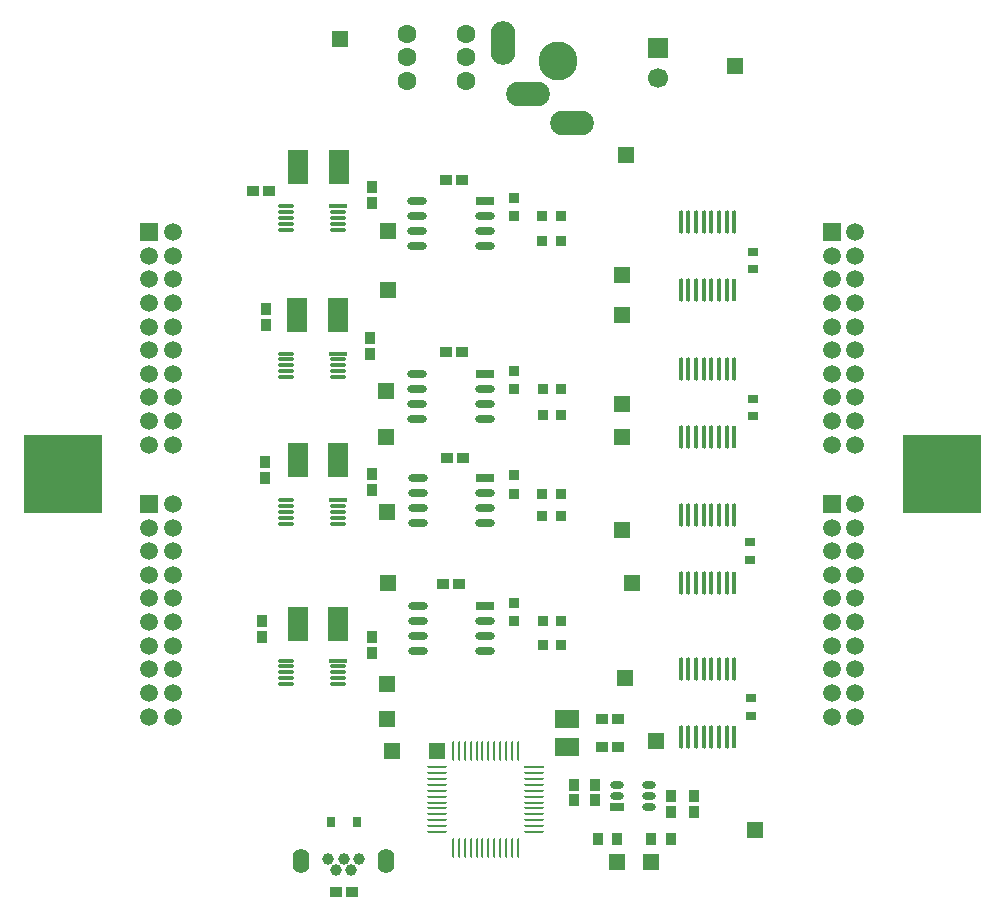
<source format=gbs>
%TF.GenerationSoftware,Altium Limited,Altium Designer,23.3.1 (30)*%
G04 Layer_Color=16711935*
%FSLAX25Y25*%
%MOIN*%
%TF.SameCoordinates,891D3A3A-43D5-49D6-AFC7-0964E08A728C*%
%TF.FilePolarity,Negative*%
%TF.FileFunction,Soldermask,Bot*%
%TF.Part,Single*%
G01*
G75*
%TA.AperFunction,SMDPad,CuDef*%
%ADD17R,0.03381X0.03591*%
%ADD28R,0.03543X0.03150*%
%ADD29R,0.07087X0.11811*%
%ADD31R,0.03591X0.04166*%
%ADD33R,0.04166X0.03591*%
%ADD34R,0.01657X0.07699*%
G04:AMPARAMS|DCode=35|XSize=76.99mil|YSize=16.57mil|CornerRadius=8.28mil|HoleSize=0mil|Usage=FLASHONLY|Rotation=90.000|XOffset=0mil|YOffset=0mil|HoleType=Round|Shape=RoundedRectangle|*
%AMROUNDEDRECTD35*
21,1,0.07699,0.00000,0,0,90.0*
21,1,0.06042,0.01657,0,0,90.0*
1,1,0.01657,0.00000,0.03021*
1,1,0.01657,0.00000,-0.03021*
1,1,0.01657,0.00000,-0.03021*
1,1,0.01657,0.00000,0.03021*
%
%ADD35ROUNDEDRECTD35*%
%ADD38R,0.03591X0.03381*%
%TA.AperFunction,ComponentPad*%
%ADD44C,0.05906*%
%ADD47C,0.06299*%
%ADD50R,0.05512X0.05512*%
%TA.AperFunction,SMDPad,CuDef*%
%ADD58R,0.03378X0.03900*%
G04:AMPARAMS|DCode=59|XSize=9.94mil|YSize=65.17mil|CornerRadius=4.97mil|HoleSize=0mil|Usage=FLASHONLY|Rotation=180.000|XOffset=0mil|YOffset=0mil|HoleType=Round|Shape=RoundedRectangle|*
%AMROUNDEDRECTD59*
21,1,0.00994,0.05523,0,0,180.0*
21,1,0.00000,0.06517,0,0,180.0*
1,1,0.00994,0.00000,0.02761*
1,1,0.00994,0.00000,0.02761*
1,1,0.00994,0.00000,-0.02761*
1,1,0.00994,0.00000,-0.02761*
%
%ADD59ROUNDEDRECTD59*%
G04:AMPARAMS|DCode=60|XSize=65.17mil|YSize=9.94mil|CornerRadius=4.97mil|HoleSize=0mil|Usage=FLASHONLY|Rotation=180.000|XOffset=0mil|YOffset=0mil|HoleType=Round|Shape=RoundedRectangle|*
%AMROUNDEDRECTD60*
21,1,0.06517,0.00000,0,0,180.0*
21,1,0.05523,0.00994,0,0,180.0*
1,1,0.00994,-0.02761,0.00000*
1,1,0.00994,0.02761,0.00000*
1,1,0.00994,0.02761,0.00000*
1,1,0.00994,-0.02761,0.00000*
%
%ADD60ROUNDEDRECTD60*%
%ADD61R,0.06517X0.00994*%
%ADD73R,0.05906X0.01378*%
%ADD74O,0.05906X0.01378*%
%ADD77R,0.04528X0.02756*%
%ADD78O,0.04528X0.02756*%
%ADD79O,0.06496X0.02756*%
%ADD80R,0.06496X0.02756*%
%TA.AperFunction,ComponentPad*%
%ADD81C,0.03937*%
%ADD82O,0.05512X0.08268*%
%ADD83R,0.06693X0.06693*%
%ADD84C,0.06693*%
%ADD85R,0.25984X0.25984*%
%ADD86R,0.05906X0.05906*%
%ADD87C,0.12992*%
%ADD88O,0.14567X0.08268*%
%ADD89O,0.08268X0.14567*%
%ADD90R,0.05512X0.05512*%
%TA.AperFunction,SMDPad,CuDef*%
%ADD91R,0.02854X0.03661*%
%ADD92R,0.07874X0.05906*%
D17*
X13477Y-56988D02*
D03*
X19593D02*
D03*
X19495Y86024D02*
D03*
X13379D02*
D03*
X13379Y77854D02*
D03*
X19495D02*
D03*
X13477Y28424D02*
D03*
X19593D02*
D03*
Y19882D02*
D03*
X13477D02*
D03*
X13379Y-6496D02*
D03*
X19495D02*
D03*
X13379Y-13976D02*
D03*
X19495D02*
D03*
X13576Y-49016D02*
D03*
X19692D02*
D03*
D28*
X83465Y68307D02*
D03*
Y74213D02*
D03*
Y19291D02*
D03*
Y25197D02*
D03*
X82579Y-28543D02*
D03*
Y-22638D02*
D03*
X82776Y-74606D02*
D03*
Y-80512D02*
D03*
D29*
X-68012Y102264D02*
D03*
X-54429D02*
D03*
X-54823Y53150D02*
D03*
X-68405D02*
D03*
X-54626Y4626D02*
D03*
X-68209D02*
D03*
X-54626Y-49803D02*
D03*
X-68209D02*
D03*
D31*
X64075Y-112508D02*
D03*
Y-107177D02*
D03*
X-43406Y90543D02*
D03*
Y95874D02*
D03*
X-78642Y49795D02*
D03*
Y55126D02*
D03*
X-43996Y45382D02*
D03*
Y40051D02*
D03*
X-79134Y3937D02*
D03*
Y-1394D02*
D03*
X-43406Y205D02*
D03*
Y-5126D02*
D03*
X-80118Y-54240D02*
D03*
Y-48910D02*
D03*
X-43406Y-59654D02*
D03*
Y-54323D02*
D03*
X31004Y-103437D02*
D03*
Y-108768D02*
D03*
X23917Y-103437D02*
D03*
Y-108768D02*
D03*
X56201Y-107177D02*
D03*
Y-112508D02*
D03*
D33*
X33358Y-91043D02*
D03*
X38689D02*
D03*
X-50189Y-139173D02*
D03*
X-55520D02*
D03*
X-83030Y94488D02*
D03*
X-77699D02*
D03*
X-18610Y97933D02*
D03*
X-13280D02*
D03*
X-18709Y40650D02*
D03*
X-13378D02*
D03*
X-13083Y5413D02*
D03*
X-18413D02*
D03*
X-19791Y-36713D02*
D03*
X-14461D02*
D03*
X38689Y-81595D02*
D03*
X33358D02*
D03*
D34*
X77362Y-36124D02*
D03*
Y61510D02*
D03*
Y12302D02*
D03*
Y-87697D02*
D03*
D35*
X74803Y-36124D02*
D03*
X72244D02*
D03*
X69685D02*
D03*
X67126D02*
D03*
X64567D02*
D03*
X62008D02*
D03*
X59449D02*
D03*
Y-13483D02*
D03*
X62008D02*
D03*
X64567D02*
D03*
X67126D02*
D03*
X69685D02*
D03*
X72244D02*
D03*
X74803D02*
D03*
X77362D02*
D03*
X74803Y61510D02*
D03*
X72244D02*
D03*
X69685D02*
D03*
X67126D02*
D03*
X64567D02*
D03*
X62008D02*
D03*
X59449D02*
D03*
Y84151D02*
D03*
X62008D02*
D03*
X64567D02*
D03*
X67126D02*
D03*
X69685D02*
D03*
X72244D02*
D03*
X74803D02*
D03*
X77362D02*
D03*
Y34942D02*
D03*
X74803D02*
D03*
X72244D02*
D03*
X69685D02*
D03*
X67126D02*
D03*
X64567D02*
D03*
X62008D02*
D03*
X59449D02*
D03*
Y12302D02*
D03*
X62008D02*
D03*
X64567D02*
D03*
X67126D02*
D03*
X69685D02*
D03*
X72244D02*
D03*
X74803D02*
D03*
X77362Y-65056D02*
D03*
X74803D02*
D03*
X72244D02*
D03*
X69685D02*
D03*
X67126D02*
D03*
X64567D02*
D03*
X62008D02*
D03*
X59449D02*
D03*
Y-87697D02*
D03*
X62008D02*
D03*
X64567D02*
D03*
X67126D02*
D03*
X69685D02*
D03*
X72244D02*
D03*
X74803D02*
D03*
D38*
X4035Y92218D02*
D03*
Y86102D02*
D03*
Y28386D02*
D03*
Y34502D02*
D03*
Y-6496D02*
D03*
Y-380D02*
D03*
X4036Y-49016D02*
D03*
Y-42900D02*
D03*
D44*
X-117717Y-25688D02*
D03*
X-109843D02*
D03*
X-117717Y-17813D02*
D03*
X-109843D02*
D03*
Y-9939D02*
D03*
X-117717Y-80806D02*
D03*
X-109843D02*
D03*
X-117717Y-72932D02*
D03*
X-109843D02*
D03*
X-117717Y-65057D02*
D03*
X-109843D02*
D03*
Y-57183D02*
D03*
X-117717Y-49310D02*
D03*
X-109843D02*
D03*
X-117717Y-41436D02*
D03*
X-109843D02*
D03*
X-117717Y-33562D02*
D03*
X-109843D02*
D03*
X-117717Y-57183D02*
D03*
X109843Y64953D02*
D03*
X117717D02*
D03*
X109843Y72827D02*
D03*
X117717D02*
D03*
Y80701D02*
D03*
X109843Y9835D02*
D03*
X117717D02*
D03*
X109843Y17709D02*
D03*
X117717D02*
D03*
X109843Y25583D02*
D03*
X117717D02*
D03*
Y33457D02*
D03*
X109843Y41331D02*
D03*
X117717D02*
D03*
X109843Y49205D02*
D03*
X117717D02*
D03*
X109843Y57079D02*
D03*
X117717D02*
D03*
X109843Y33457D02*
D03*
Y-25688D02*
D03*
X117717D02*
D03*
X109843Y-17813D02*
D03*
X117717D02*
D03*
Y-9939D02*
D03*
X109843Y-80806D02*
D03*
X117717D02*
D03*
X109843Y-72932D02*
D03*
X117717D02*
D03*
X109843Y-65057D02*
D03*
X117717D02*
D03*
Y-57183D02*
D03*
X109843Y-49310D02*
D03*
X117717D02*
D03*
X109843Y-41436D02*
D03*
X117717D02*
D03*
X109843Y-33562D02*
D03*
X117717D02*
D03*
X109843Y-57183D02*
D03*
X-117717Y64967D02*
D03*
X-109843D02*
D03*
X-117717Y72841D02*
D03*
X-109843D02*
D03*
Y80715D02*
D03*
X-117717Y9849D02*
D03*
X-109843D02*
D03*
X-117717Y17722D02*
D03*
X-109843D02*
D03*
X-117717Y25596D02*
D03*
X-109843D02*
D03*
Y33470D02*
D03*
X-117717Y41345D02*
D03*
X-109843D02*
D03*
X-117717Y49219D02*
D03*
X-109843D02*
D03*
X-117717Y57093D02*
D03*
X-109843D02*
D03*
X-117717Y33470D02*
D03*
D47*
X-12205Y146850D02*
D03*
Y138976D02*
D03*
Y131102D02*
D03*
X-31890Y146850D02*
D03*
Y138976D02*
D03*
Y131102D02*
D03*
D50*
X-38780Y27854D02*
D03*
X41339Y106398D02*
D03*
X-54035Y145177D02*
D03*
X39764Y66339D02*
D03*
X-38091Y81102D02*
D03*
X39764Y12302D02*
D03*
X51181Y-89075D02*
D03*
X-38287Y-69980D02*
D03*
X-38091Y61509D02*
D03*
X84153Y-118602D02*
D03*
X39764Y53228D02*
D03*
X39764Y23424D02*
D03*
Y-18602D02*
D03*
X41043Y-68012D02*
D03*
X-38287Y-81595D02*
D03*
X38386Y-129331D02*
D03*
X77428Y136024D02*
D03*
X-38287Y-12622D02*
D03*
X49723Y-129331D02*
D03*
X-36811Y-92222D02*
D03*
X-21852D02*
D03*
D58*
X38386Y-121457D02*
D03*
X31908D02*
D03*
X56201Y-121457D02*
D03*
X49723D02*
D03*
D59*
X5217Y-92222D02*
D03*
X3248D02*
D03*
X1280D02*
D03*
X-689D02*
D03*
X-2657D02*
D03*
X-4626D02*
D03*
X-6594D02*
D03*
X-8563D02*
D03*
X-10531D02*
D03*
X-12500D02*
D03*
X-14469D02*
D03*
X-16437D02*
D03*
Y-124707D02*
D03*
X-14469D02*
D03*
X-12500D02*
D03*
X-10531D02*
D03*
X-8563D02*
D03*
X-6594D02*
D03*
X-4626D02*
D03*
X-2657D02*
D03*
X-689D02*
D03*
X1280D02*
D03*
X3248D02*
D03*
X5217D02*
D03*
D60*
X-21852Y-97638D02*
D03*
Y-99606D02*
D03*
Y-101575D02*
D03*
Y-103543D02*
D03*
Y-105512D02*
D03*
Y-107480D02*
D03*
Y-109449D02*
D03*
Y-111417D02*
D03*
Y-113386D02*
D03*
Y-115354D02*
D03*
Y-117323D02*
D03*
Y-119291D02*
D03*
X10632D02*
D03*
Y-117323D02*
D03*
Y-115354D02*
D03*
Y-113386D02*
D03*
Y-111417D02*
D03*
Y-109449D02*
D03*
Y-107480D02*
D03*
Y-105512D02*
D03*
Y-103543D02*
D03*
Y-101575D02*
D03*
Y-99606D02*
D03*
D61*
Y-97638D02*
D03*
D73*
X-54626Y89434D02*
D03*
Y40200D02*
D03*
Y-8686D02*
D03*
Y-62115D02*
D03*
D74*
Y87465D02*
D03*
X-71949Y89434D02*
D03*
Y87465D02*
D03*
Y81560D02*
D03*
X-54626Y83528D02*
D03*
Y81560D02*
D03*
X-71949Y83528D02*
D03*
X-54626Y85497D02*
D03*
X-71949D02*
D03*
X-54626Y38232D02*
D03*
X-71949Y40200D02*
D03*
Y38232D02*
D03*
Y32326D02*
D03*
X-54626Y34295D02*
D03*
Y32326D02*
D03*
X-71949Y34295D02*
D03*
X-54626Y36263D02*
D03*
X-71949D02*
D03*
Y-12623D02*
D03*
X-54626D02*
D03*
X-71949Y-14591D02*
D03*
X-54626Y-16560D02*
D03*
Y-14591D02*
D03*
X-71949Y-16560D02*
D03*
Y-10654D02*
D03*
Y-8686D02*
D03*
X-54626Y-10654D02*
D03*
Y-64083D02*
D03*
X-71949Y-62115D02*
D03*
Y-64083D02*
D03*
Y-69989D02*
D03*
X-54626Y-68020D02*
D03*
Y-69989D02*
D03*
X-71949Y-68020D02*
D03*
X-54626Y-66052D02*
D03*
X-71949D02*
D03*
D77*
X38386Y-110917D02*
D03*
D78*
X48819Y-103437D02*
D03*
Y-110917D02*
D03*
Y-107177D02*
D03*
X38386Y-103437D02*
D03*
Y-107177D02*
D03*
D79*
X-5610Y-6358D02*
D03*
Y-11358D02*
D03*
X-28051D02*
D03*
X-5610Y-16358D02*
D03*
X-28051D02*
D03*
Y-1358D02*
D03*
Y-6358D02*
D03*
X-5906Y86102D02*
D03*
Y81102D02*
D03*
X-28346D02*
D03*
X-5906Y76102D02*
D03*
X-28346D02*
D03*
Y91102D02*
D03*
Y86102D02*
D03*
X-28346Y28386D02*
D03*
Y33386D02*
D03*
Y18386D02*
D03*
X-5906D02*
D03*
X-28346Y23386D02*
D03*
X-5906D02*
D03*
Y28386D02*
D03*
X-5709Y-48976D02*
D03*
Y-53976D02*
D03*
X-28150D02*
D03*
X-5709Y-58976D02*
D03*
X-28150D02*
D03*
Y-43976D02*
D03*
Y-48976D02*
D03*
D80*
X-5610Y-1358D02*
D03*
X-5906Y91102D02*
D03*
X-5906Y33386D02*
D03*
X-5709Y-43976D02*
D03*
D81*
X-50295Y-132087D02*
D03*
X-55413D02*
D03*
X-57972Y-128150D02*
D03*
X-52854D02*
D03*
X-47736D02*
D03*
D82*
X-66929Y-129016D02*
D03*
X-38780D02*
D03*
D83*
X52074Y142087D02*
D03*
D84*
Y132087D02*
D03*
D85*
X-146457Y0D02*
D03*
X146457D02*
D03*
D86*
X-117717Y-9939D02*
D03*
X109843Y80701D02*
D03*
Y-9939D02*
D03*
X-117717Y80715D02*
D03*
D87*
X18504Y137795D02*
D03*
D88*
X8661Y126772D02*
D03*
X23228Y116929D02*
D03*
D89*
X394Y143701D02*
D03*
D90*
X43257Y-36124D02*
D03*
X-38091D02*
D03*
X-38780Y12302D02*
D03*
D91*
X-48474Y-115945D02*
D03*
X-57234D02*
D03*
D92*
X21457Y-91043D02*
D03*
Y-81595D02*
D03*
%TF.MD5,2beb19b3f4c9ab94f960f25a7d21b53d*%
M02*

</source>
